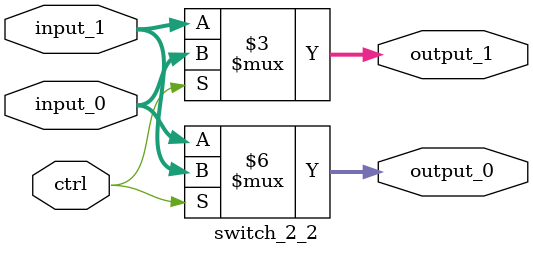
<source format=sv>
`ifndef SWITCH_2_2_SV
`define SWITCH_2_2_SV

module switch_2_2
#(
	parameter DATA_WIDTH = 64
)(
	input logic ctrl,	// 0 = pass through, 1 = cross
	input logic [DATA_WIDTH-1:0] input_0,
	input logic [DATA_WIDTH-1:0] input_1,
	output logic [DATA_WIDTH-1:0] output_0,
	output logic [DATA_WIDTH-1:0] output_1
);
	always_comb begin
		if (ctrl) begin
			output_0 = input_1;
			output_1 = input_0;
		end else begin
			output_0 = input_0;
			output_1 = input_1;
		end
	end
endmodule


`endif
</source>
